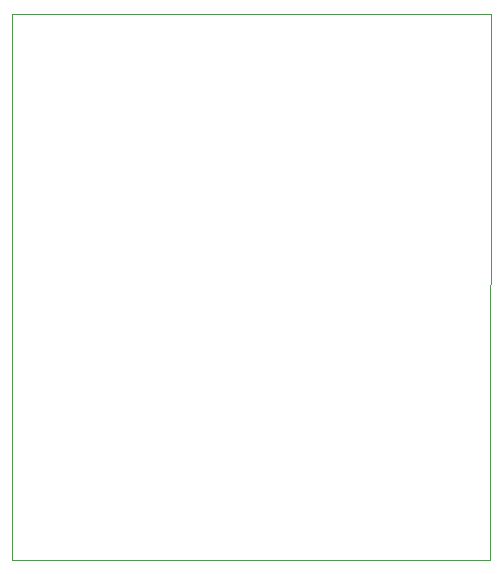
<source format=gbr>
%TF.GenerationSoftware,KiCad,Pcbnew,9.0.6*%
%TF.CreationDate,2025-12-31T00:22:08+05:30*%
%TF.ProjectId,c16qs-carrier-board,63313671-732d-4636-9172-726965722d62,rev?*%
%TF.SameCoordinates,Original*%
%TF.FileFunction,Profile,NP*%
%FSLAX46Y46*%
G04 Gerber Fmt 4.6, Leading zero omitted, Abs format (unit mm)*
G04 Created by KiCad (PCBNEW 9.0.6) date 2025-12-31 00:22:08*
%MOMM*%
%LPD*%
G01*
G04 APERTURE LIST*
%TA.AperFunction,Profile*%
%ADD10C,0.050000*%
%TD*%
G04 APERTURE END LIST*
D10*
X110000000Y-53550000D02*
X110000000Y-99800000D01*
X150450000Y-99800000D02*
X110000000Y-99800000D01*
X150500000Y-53550000D02*
X150450000Y-99800000D01*
X110000000Y-53550000D02*
X150500000Y-53550000D01*
M02*

</source>
